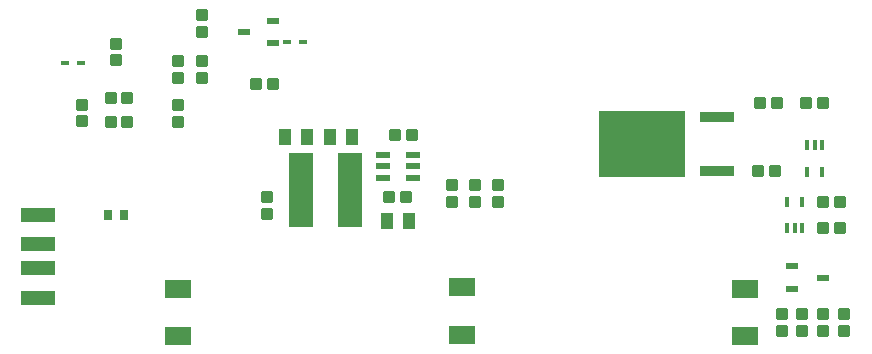
<source format=gtp>
G04*
G04 #@! TF.GenerationSoftware,Altium Limited,Altium Designer,23.4.1 (23)*
G04*
G04 Layer_Color=8421504*
%FSLAX44Y44*%
%MOMM*%
G71*
G04*
G04 #@! TF.SameCoordinates,36EB4F1C-18F9-40B5-A6F6-03420B47F260*
G04*
G04*
G04 #@! TF.FilePolarity,Positive*
G04*
G01*
G75*
G04:AMPARAMS|DCode=14|XSize=0.95mm|YSize=0.97mm|CornerRadius=0.095mm|HoleSize=0mm|Usage=FLASHONLY|Rotation=90.000|XOffset=0mm|YOffset=0mm|HoleType=Round|Shape=RoundedRectangle|*
%AMROUNDEDRECTD14*
21,1,0.9500,0.7800,0,0,90.0*
21,1,0.7600,0.9700,0,0,90.0*
1,1,0.1900,0.3900,0.3800*
1,1,0.1900,0.3900,-0.3800*
1,1,0.1900,-0.3900,-0.3800*
1,1,0.1900,-0.3900,0.3800*
%
%ADD14ROUNDEDRECTD14*%
G04:AMPARAMS|DCode=15|XSize=0.95mm|YSize=0.97mm|CornerRadius=0.095mm|HoleSize=0mm|Usage=FLASHONLY|Rotation=180.000|XOffset=0mm|YOffset=0mm|HoleType=Round|Shape=RoundedRectangle|*
%AMROUNDEDRECTD15*
21,1,0.9500,0.7800,0,0,180.0*
21,1,0.7600,0.9700,0,0,180.0*
1,1,0.1900,-0.3800,0.3900*
1,1,0.1900,0.3800,0.3900*
1,1,0.1900,0.3800,-0.3900*
1,1,0.1900,-0.3800,-0.3900*
%
%ADD15ROUNDEDRECTD15*%
%ADD16R,0.4000X0.9000*%
%ADD17R,1.1000X0.6000*%
%ADD18R,7.3000X5.5500*%
%ADD19R,2.9500X0.9500*%
%ADD20R,0.7000X0.9000*%
%ADD21R,1.0500X1.4000*%
%ADD22R,2.2000X1.6000*%
%ADD23R,1.2500X0.6000*%
%ADD24R,0.6500X0.3000*%
%ADD25R,1.0000X0.6000*%
%ADD26R,2.1500X6.3000*%
%ADD27R,3.0000X1.2500*%
D14*
X771000Y201000D02*
D03*
Y186800D02*
D03*
X824000Y201100D02*
D03*
Y186900D02*
D03*
X806000Y201100D02*
D03*
Y186900D02*
D03*
X788000Y201100D02*
D03*
Y186900D02*
D03*
X531000Y310100D02*
D03*
Y295900D02*
D03*
X335000Y300100D02*
D03*
Y285900D02*
D03*
X207000Y430000D02*
D03*
Y415800D02*
D03*
X280000Y440000D02*
D03*
Y454200D02*
D03*
X260000Y364000D02*
D03*
Y378200D02*
D03*
X178229Y378332D02*
D03*
Y364132D02*
D03*
X280000Y400900D02*
D03*
Y415100D02*
D03*
X260000Y400900D02*
D03*
Y415100D02*
D03*
X511500Y295900D02*
D03*
Y310100D02*
D03*
X492000Y295900D02*
D03*
Y310100D02*
D03*
D15*
X805900Y274000D02*
D03*
X820100D02*
D03*
X752900Y380000D02*
D03*
X767100D02*
D03*
X791900D02*
D03*
X806100D02*
D03*
X806100Y296000D02*
D03*
X820300D02*
D03*
X750900Y322000D02*
D03*
X765100D02*
D03*
X340000Y395500D02*
D03*
X325800D02*
D03*
X217100Y364000D02*
D03*
X202900D02*
D03*
Y384000D02*
D03*
X217100D02*
D03*
X458100Y353000D02*
D03*
X443900D02*
D03*
X453100Y300000D02*
D03*
X438900D02*
D03*
D16*
X805500Y321750D02*
D03*
X792500D02*
D03*
Y344250D02*
D03*
X799000D02*
D03*
X805500D02*
D03*
X775500Y296250D02*
D03*
X788500D02*
D03*
Y273750D02*
D03*
X782000D02*
D03*
X775500D02*
D03*
D17*
X806000Y232000D02*
D03*
X780000Y222500D02*
D03*
Y241500D02*
D03*
D18*
X653000Y345200D02*
D03*
D19*
X716000Y368000D02*
D03*
Y322400D02*
D03*
D20*
X214500Y285000D02*
D03*
X200500D02*
D03*
D21*
X350750Y351000D02*
D03*
X369250D02*
D03*
X388750D02*
D03*
X407250D02*
D03*
X455250Y280000D02*
D03*
X436750D02*
D03*
D22*
X740000Y182400D02*
D03*
Y222600D02*
D03*
X260000D02*
D03*
Y182400D02*
D03*
X500000Y183400D02*
D03*
Y223600D02*
D03*
D23*
X458500Y335500D02*
D03*
Y326000D02*
D03*
Y316500D02*
D03*
X433500D02*
D03*
Y326000D02*
D03*
Y335500D02*
D03*
D24*
X164150Y414000D02*
D03*
X177650D02*
D03*
X365750Y431000D02*
D03*
X352250D02*
D03*
D25*
X340000Y430500D02*
D03*
Y449500D02*
D03*
X316000Y440000D02*
D03*
D26*
X364250Y306000D02*
D03*
X405750D02*
D03*
D27*
X141800Y285000D02*
D03*
Y260000D02*
D03*
Y240000D02*
D03*
Y215000D02*
D03*
M02*

</source>
